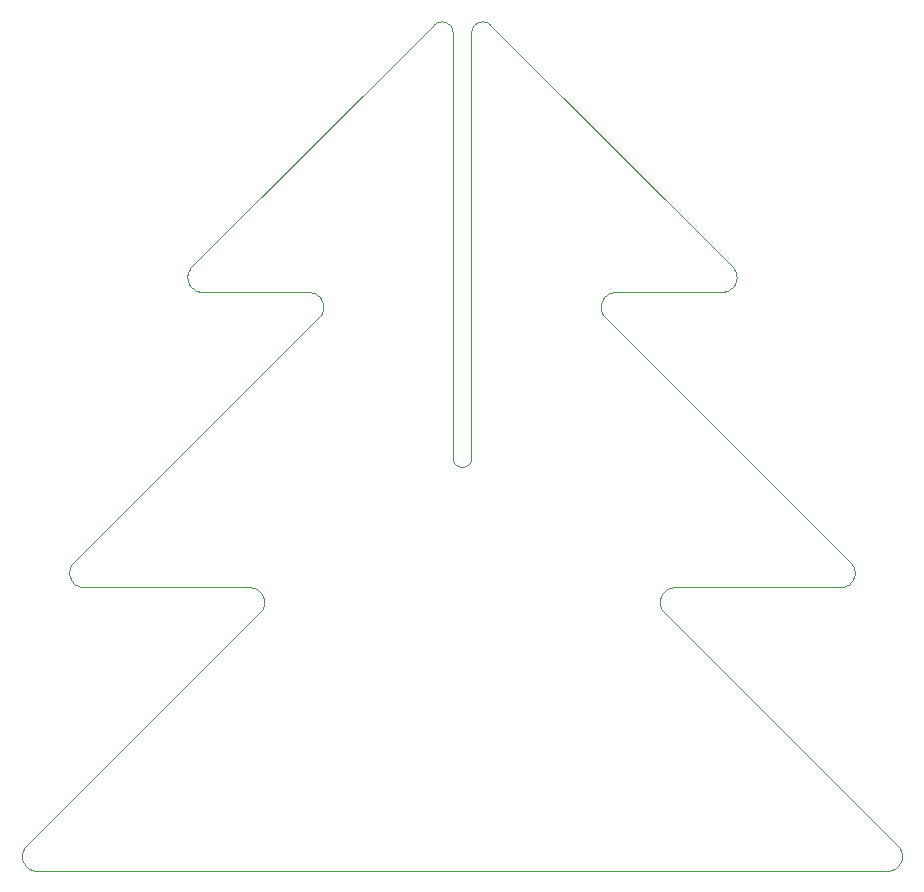
<source format=gm1>
G75*
G70*
%OFA0B0*%
%FSLAX24Y24*%
%IPPOS*%
%LPD*%
%AMOC8*
5,1,8,0,0,1.08239X$1,22.5*
%
%ADD10C,0.0000*%
D10*
X000910Y002292D02*
X029257Y002292D01*
X029301Y002294D01*
X029344Y002300D01*
X029386Y002309D01*
X029428Y002323D01*
X029468Y002339D01*
X029506Y002360D01*
X029543Y002384D01*
X029577Y002410D01*
X029609Y002440D01*
X029638Y002473D01*
X029664Y002508D01*
X029687Y002545D01*
X029706Y002584D01*
X029722Y002624D01*
X029735Y002666D01*
X029743Y002709D01*
X029748Y002752D01*
X029749Y002796D01*
X029746Y002839D01*
X029739Y002882D01*
X029729Y002924D01*
X029714Y002965D01*
X029696Y003005D01*
X029675Y003043D01*
X029651Y003079D01*
X029650Y003080D02*
X021776Y010954D01*
X021752Y010990D01*
X021731Y011028D01*
X021713Y011068D01*
X021698Y011109D01*
X021688Y011151D01*
X021681Y011194D01*
X021678Y011237D01*
X021679Y011281D01*
X021684Y011324D01*
X021692Y011367D01*
X021705Y011409D01*
X021721Y011449D01*
X021740Y011488D01*
X021763Y011525D01*
X021789Y011560D01*
X021818Y011593D01*
X021850Y011623D01*
X021884Y011649D01*
X021921Y011673D01*
X021959Y011694D01*
X021999Y011710D01*
X022041Y011724D01*
X022083Y011733D01*
X022126Y011739D01*
X022170Y011741D01*
X027682Y011741D01*
X027726Y011743D01*
X027769Y011749D01*
X027811Y011758D01*
X027853Y011772D01*
X027893Y011788D01*
X027931Y011809D01*
X027968Y011833D01*
X028002Y011859D01*
X028034Y011889D01*
X028063Y011922D01*
X028089Y011957D01*
X028112Y011994D01*
X028131Y012033D01*
X028147Y012073D01*
X028160Y012115D01*
X028168Y012158D01*
X028173Y012201D01*
X028174Y012245D01*
X028171Y012288D01*
X028164Y012331D01*
X028154Y012373D01*
X028139Y012414D01*
X028121Y012454D01*
X028100Y012492D01*
X028076Y012528D01*
X019808Y020796D01*
X019784Y020832D01*
X019763Y020870D01*
X019745Y020910D01*
X019730Y020951D01*
X019720Y020993D01*
X019713Y021036D01*
X019710Y021079D01*
X019711Y021123D01*
X019716Y021166D01*
X019724Y021209D01*
X019737Y021251D01*
X019753Y021291D01*
X019772Y021330D01*
X019795Y021367D01*
X019821Y021402D01*
X019850Y021435D01*
X019882Y021465D01*
X019916Y021491D01*
X019953Y021515D01*
X019991Y021536D01*
X020031Y021552D01*
X020073Y021566D01*
X020115Y021575D01*
X020158Y021581D01*
X020202Y021583D01*
X020202Y021584D02*
X023745Y021584D01*
X023789Y021586D01*
X023832Y021592D01*
X023874Y021601D01*
X023916Y021615D01*
X023956Y021631D01*
X023994Y021652D01*
X024031Y021676D01*
X024065Y021702D01*
X024097Y021732D01*
X024126Y021765D01*
X024152Y021800D01*
X024175Y021837D01*
X024194Y021876D01*
X024210Y021916D01*
X024223Y021958D01*
X024231Y022001D01*
X024236Y022044D01*
X024237Y022088D01*
X024234Y022131D01*
X024227Y022174D01*
X024217Y022216D01*
X024202Y022257D01*
X024184Y022297D01*
X024163Y022335D01*
X024139Y022371D01*
X016028Y030481D01*
X016003Y030507D01*
X015976Y030531D01*
X015946Y030551D01*
X015914Y030568D01*
X015881Y030582D01*
X015846Y030593D01*
X015810Y030600D01*
X015774Y030604D01*
X015738Y030603D01*
X015702Y030600D01*
X015666Y030592D01*
X015632Y030581D01*
X015599Y030567D01*
X015567Y030549D01*
X015537Y030528D01*
X015510Y030505D01*
X015485Y030478D01*
X015463Y030449D01*
X015444Y030419D01*
X015428Y030386D01*
X015415Y030352D01*
X015406Y030317D01*
X015401Y030281D01*
X015399Y030245D01*
X015399Y016072D01*
X015397Y016038D01*
X015392Y016004D01*
X015383Y015971D01*
X015370Y015940D01*
X015354Y015910D01*
X015335Y015881D01*
X015313Y015855D01*
X015288Y015832D01*
X015261Y015811D01*
X015232Y015794D01*
X015201Y015779D01*
X015168Y015768D01*
X015135Y015761D01*
X015101Y015757D01*
X015067Y015757D01*
X015033Y015761D01*
X015000Y015768D01*
X014967Y015779D01*
X014936Y015794D01*
X014907Y015811D01*
X014880Y015832D01*
X014855Y015855D01*
X014833Y015881D01*
X014814Y015910D01*
X014798Y015940D01*
X014785Y015971D01*
X014776Y016004D01*
X014771Y016038D01*
X014769Y016072D01*
X014769Y030245D01*
X014768Y030245D02*
X014766Y030281D01*
X014761Y030317D01*
X014752Y030352D01*
X014739Y030386D01*
X014723Y030419D01*
X014704Y030449D01*
X014682Y030478D01*
X014657Y030505D01*
X014630Y030528D01*
X014600Y030549D01*
X014568Y030567D01*
X014535Y030581D01*
X014501Y030592D01*
X014465Y030600D01*
X014429Y030603D01*
X014393Y030604D01*
X014357Y030600D01*
X014321Y030593D01*
X014286Y030582D01*
X014253Y030568D01*
X014221Y030551D01*
X014191Y030531D01*
X014164Y030507D01*
X014139Y030481D01*
X006028Y022371D01*
X006004Y022335D01*
X005983Y022297D01*
X005965Y022257D01*
X005950Y022216D01*
X005940Y022174D01*
X005933Y022131D01*
X005930Y022088D01*
X005931Y022044D01*
X005936Y022001D01*
X005944Y021958D01*
X005957Y021916D01*
X005973Y021876D01*
X005992Y021837D01*
X006015Y021800D01*
X006041Y021765D01*
X006070Y021732D01*
X006102Y021702D01*
X006136Y021676D01*
X006173Y021652D01*
X006211Y021631D01*
X006251Y021615D01*
X006293Y021601D01*
X006335Y021592D01*
X006378Y021586D01*
X006422Y021584D01*
X009965Y021584D01*
X009965Y021583D02*
X010009Y021581D01*
X010052Y021575D01*
X010094Y021566D01*
X010136Y021552D01*
X010176Y021536D01*
X010214Y021515D01*
X010251Y021491D01*
X010285Y021465D01*
X010317Y021435D01*
X010346Y021402D01*
X010372Y021367D01*
X010395Y021330D01*
X010414Y021291D01*
X010430Y021251D01*
X010443Y021209D01*
X010451Y021166D01*
X010456Y021123D01*
X010457Y021079D01*
X010454Y021036D01*
X010447Y020993D01*
X010437Y020951D01*
X010422Y020910D01*
X010404Y020870D01*
X010383Y020832D01*
X010359Y020796D01*
X002091Y012528D01*
X002067Y012492D01*
X002046Y012454D01*
X002028Y012414D01*
X002013Y012373D01*
X002003Y012331D01*
X001996Y012288D01*
X001993Y012245D01*
X001994Y012201D01*
X001999Y012158D01*
X002007Y012115D01*
X002020Y012073D01*
X002036Y012033D01*
X002055Y011994D01*
X002078Y011957D01*
X002104Y011922D01*
X002133Y011889D01*
X002165Y011859D01*
X002199Y011833D01*
X002236Y011809D01*
X002274Y011788D01*
X002314Y011772D01*
X002356Y011758D01*
X002398Y011749D01*
X002441Y011743D01*
X002485Y011741D01*
X007997Y011741D01*
X008041Y011739D01*
X008084Y011733D01*
X008126Y011724D01*
X008168Y011710D01*
X008208Y011694D01*
X008246Y011673D01*
X008283Y011649D01*
X008317Y011623D01*
X008349Y011593D01*
X008378Y011560D01*
X008404Y011525D01*
X008427Y011488D01*
X008446Y011449D01*
X008462Y011409D01*
X008475Y011367D01*
X008483Y011324D01*
X008488Y011281D01*
X008489Y011237D01*
X008486Y011194D01*
X008479Y011151D01*
X008469Y011109D01*
X008454Y011068D01*
X008436Y011028D01*
X008415Y010990D01*
X008391Y010954D01*
X000517Y003080D01*
X000516Y003079D02*
X000492Y003043D01*
X000471Y003005D01*
X000453Y002965D01*
X000438Y002924D01*
X000428Y002882D01*
X000421Y002839D01*
X000418Y002796D01*
X000419Y002752D01*
X000424Y002709D01*
X000432Y002666D01*
X000445Y002624D01*
X000461Y002584D01*
X000480Y002545D01*
X000503Y002508D01*
X000529Y002473D01*
X000558Y002440D01*
X000590Y002410D01*
X000624Y002384D01*
X000661Y002360D01*
X000699Y002339D01*
X000739Y002323D01*
X000781Y002309D01*
X000823Y002300D01*
X000866Y002294D01*
X000910Y002292D01*
M02*

</source>
